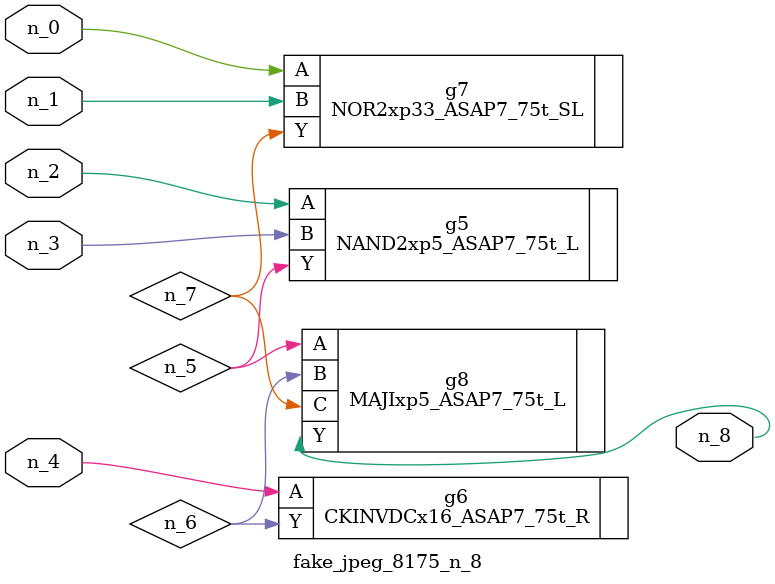
<source format=v>
module fake_jpeg_8175_n_8 (n_3, n_2, n_1, n_0, n_4, n_8);

input n_3;
input n_2;
input n_1;
input n_0;
input n_4;

output n_8;

wire n_6;
wire n_5;
wire n_7;

NAND2xp5_ASAP7_75t_L g5 ( 
.A(n_2),
.B(n_3),
.Y(n_5)
);

CKINVDCx16_ASAP7_75t_R g6 ( 
.A(n_4),
.Y(n_6)
);

NOR2xp33_ASAP7_75t_SL g7 ( 
.A(n_0),
.B(n_1),
.Y(n_7)
);

MAJIxp5_ASAP7_75t_L g8 ( 
.A(n_5),
.B(n_6),
.C(n_7),
.Y(n_8)
);


endmodule
</source>
